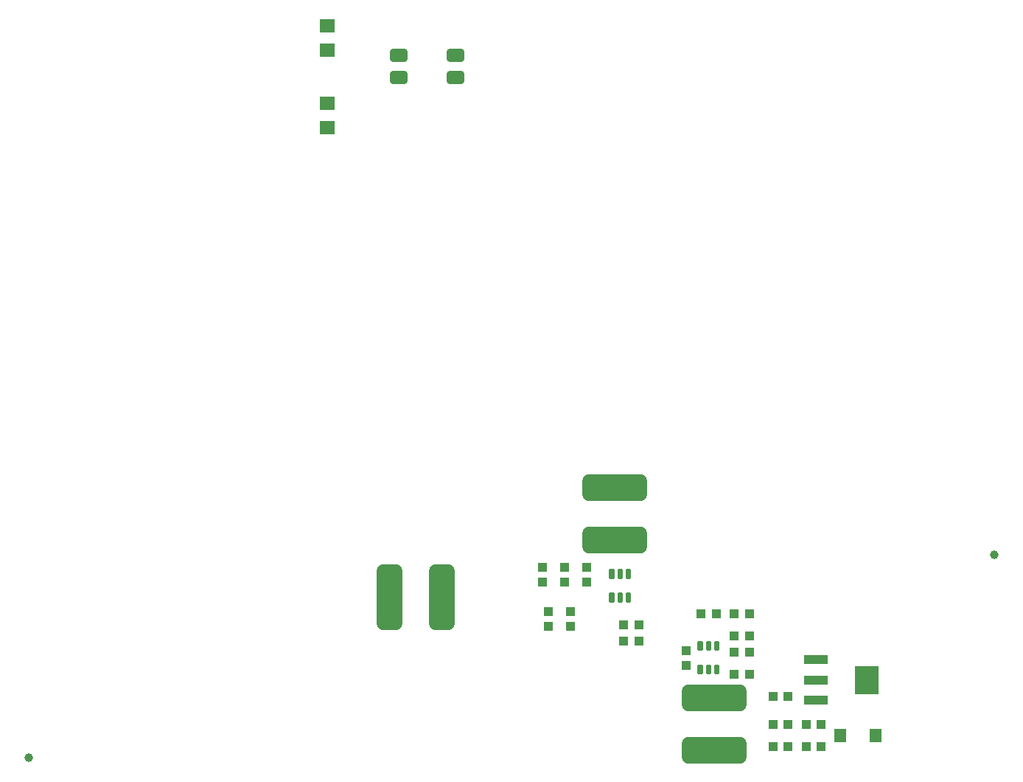
<source format=gbr>
G04 EAGLE Gerber RS-274X export*
G75*
%MOMM*%
%FSLAX34Y34*%
%LPD*%
%INSolderpaste Top*%
%IPPOS*%
%AMOC8*
5,1,8,0,0,1.08239X$1,22.5*%
G01*
%ADD10R,1.100000X1.000000*%
%ADD11R,1.000000X1.100000*%
%ADD12C,0.775000*%
%ADD13R,1.400000X1.640000*%
%ADD14C,1.000000*%
%ADD15R,2.700000X3.300000*%
%ADD16R,2.700000X1.000000*%
%ADD17C,0.300000*%
%ADD18R,1.803000X1.600000*%
%ADD19C,1.500000*%


D10*
X791600Y196850D03*
X808600Y196850D03*
X791600Y177800D03*
X808600Y177800D03*
D11*
X749300Y245500D03*
X749300Y262500D03*
D10*
X918600Y139700D03*
X935600Y139700D03*
X963050Y82550D03*
X980050Y82550D03*
X963050Y114300D03*
X980050Y114300D03*
X963050Y57150D03*
X980050Y57150D03*
X1018150Y57150D03*
X1001150Y57150D03*
X1001150Y82550D03*
X1018150Y82550D03*
D11*
X863600Y150250D03*
X863600Y167250D03*
D12*
X604275Y829375D02*
X591025Y829375D01*
X604275Y829375D02*
X604275Y821625D01*
X591025Y821625D01*
X591025Y829375D01*
X591025Y828987D02*
X604275Y828987D01*
X604275Y854775D02*
X591025Y854775D01*
X604275Y854775D02*
X604275Y847025D01*
X591025Y847025D01*
X591025Y854775D01*
X591025Y854387D02*
X604275Y854387D01*
X539275Y854775D02*
X526025Y854775D01*
X539275Y854775D02*
X539275Y847025D01*
X526025Y847025D01*
X526025Y854775D01*
X526025Y854387D02*
X539275Y854387D01*
X539275Y829375D02*
X526025Y829375D01*
X539275Y829375D02*
X539275Y821625D01*
X526025Y821625D01*
X526025Y829375D01*
X526025Y828987D02*
X539275Y828987D01*
D13*
X1040300Y69850D03*
X1080600Y69850D03*
D14*
X1217250Y276850D03*
D15*
X1070900Y133350D03*
D16*
X1011900Y110350D03*
X1011900Y133350D03*
X1011900Y156350D03*
D17*
X779400Y250800D02*
X776400Y250800D01*
X776400Y258800D01*
X779400Y258800D01*
X779400Y250800D01*
X779400Y253650D02*
X776400Y253650D01*
X776400Y256500D02*
X779400Y256500D01*
X795400Y250800D02*
X798400Y250800D01*
X795400Y250800D02*
X795400Y258800D01*
X798400Y258800D01*
X798400Y250800D01*
X798400Y253650D02*
X795400Y253650D01*
X795400Y256500D02*
X798400Y256500D01*
X798400Y223800D02*
X795400Y223800D01*
X795400Y231800D01*
X798400Y231800D01*
X798400Y223800D01*
X798400Y226650D02*
X795400Y226650D01*
X795400Y229500D02*
X798400Y229500D01*
X788900Y223800D02*
X785900Y223800D01*
X785900Y231800D01*
X788900Y231800D01*
X788900Y223800D01*
X788900Y226650D02*
X785900Y226650D01*
X785900Y229500D02*
X788900Y229500D01*
X779400Y223800D02*
X776400Y223800D01*
X776400Y231800D01*
X779400Y231800D01*
X779400Y223800D01*
X779400Y226650D02*
X776400Y226650D01*
X776400Y229500D02*
X779400Y229500D01*
X785900Y250800D02*
X788900Y250800D01*
X785900Y250800D02*
X785900Y258800D01*
X788900Y258800D01*
X788900Y250800D01*
X788900Y253650D02*
X785900Y253650D01*
X785900Y256500D02*
X788900Y256500D01*
X897000Y149250D02*
X900000Y149250D01*
X900000Y141250D01*
X897000Y141250D01*
X897000Y149250D01*
X897000Y144100D02*
X900000Y144100D01*
X900000Y146950D02*
X897000Y146950D01*
X881000Y149250D02*
X878000Y149250D01*
X881000Y149250D02*
X881000Y141250D01*
X878000Y141250D01*
X878000Y149250D01*
X878000Y144100D02*
X881000Y144100D01*
X881000Y146950D02*
X878000Y146950D01*
X878000Y176250D02*
X881000Y176250D01*
X881000Y168250D01*
X878000Y168250D01*
X878000Y176250D01*
X878000Y171100D02*
X881000Y171100D01*
X881000Y173950D02*
X878000Y173950D01*
X887500Y176250D02*
X890500Y176250D01*
X890500Y168250D01*
X887500Y168250D01*
X887500Y176250D01*
X887500Y171100D02*
X890500Y171100D01*
X890500Y173950D02*
X887500Y173950D01*
X897000Y176250D02*
X900000Y176250D01*
X900000Y168250D01*
X897000Y168250D01*
X897000Y176250D01*
X897000Y171100D02*
X900000Y171100D01*
X900000Y173950D02*
X897000Y173950D01*
X890500Y149250D02*
X887500Y149250D01*
X890500Y149250D02*
X890500Y141250D01*
X887500Y141250D01*
X887500Y149250D01*
X887500Y144100D02*
X890500Y144100D01*
X890500Y146950D02*
X887500Y146950D01*
D18*
X450850Y884170D03*
X450850Y855730D03*
X450850Y795270D03*
X450850Y766830D03*
D10*
X730250Y211700D03*
X730250Y194700D03*
X704850Y194700D03*
X704850Y211700D03*
D11*
X897500Y209550D03*
X880500Y209550D03*
X935600Y209550D03*
X918600Y209550D03*
X935600Y165100D03*
X918600Y165100D03*
X918600Y184150D03*
X935600Y184150D03*
D10*
X723900Y262500D03*
X723900Y245500D03*
X698500Y262500D03*
X698500Y245500D03*
D19*
X529950Y198600D02*
X514950Y198600D01*
X514950Y258600D01*
X529950Y258600D01*
X529950Y198600D01*
X529950Y212850D02*
X514950Y212850D01*
X514950Y227100D02*
X529950Y227100D01*
X529950Y241350D02*
X514950Y241350D01*
X514950Y255600D02*
X529950Y255600D01*
X574950Y198600D02*
X589950Y198600D01*
X574950Y198600D02*
X574950Y258600D01*
X589950Y258600D01*
X589950Y198600D01*
X589950Y212850D02*
X574950Y212850D01*
X574950Y227100D02*
X589950Y227100D01*
X589950Y241350D02*
X574950Y241350D01*
X574950Y255600D02*
X589950Y255600D01*
X811050Y286350D02*
X811050Y301350D01*
X811050Y286350D02*
X751050Y286350D01*
X751050Y301350D01*
X811050Y301350D01*
X811050Y300600D02*
X751050Y300600D01*
X811050Y346350D02*
X811050Y361350D01*
X811050Y346350D02*
X751050Y346350D01*
X751050Y361350D01*
X811050Y361350D01*
X811050Y360600D02*
X751050Y360600D01*
X865350Y120050D02*
X865350Y105050D01*
X865350Y120050D02*
X925350Y120050D01*
X925350Y105050D01*
X865350Y105050D01*
X865350Y119300D02*
X925350Y119300D01*
X865350Y60050D02*
X865350Y45050D01*
X865350Y60050D02*
X925350Y60050D01*
X925350Y45050D01*
X865350Y45050D01*
X865350Y59300D02*
X925350Y59300D01*
D14*
X107950Y44450D03*
M02*

</source>
